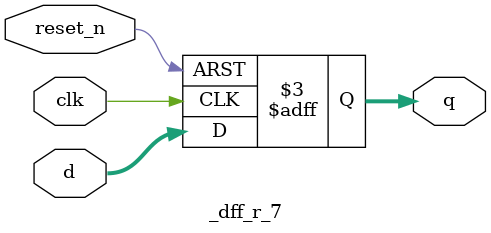
<source format=v>
module _dff_r_3(clk, reset_n, d, q);
	input clk, reset_n;
	input[2:0] d;
	output reg[2:0] q;
	
	always@(posedge clk or negedge reset_n)
		begin
		if(reset_n==0) q <= 0;
		else q <= d;
		end
endmodule
	
// 7bit Resettable D Flip-Flop with active low
// count
module _dff_r_7(clk, reset_n, d, q);
	input clk, reset_n;
	input[6:0] d;
	output reg[6:0] q;
	
	always@(posedge clk or negedge reset_n)
		begin
		if(reset_n==0) q <= 0;
		else q <= d;
		end
endmodule

</source>
